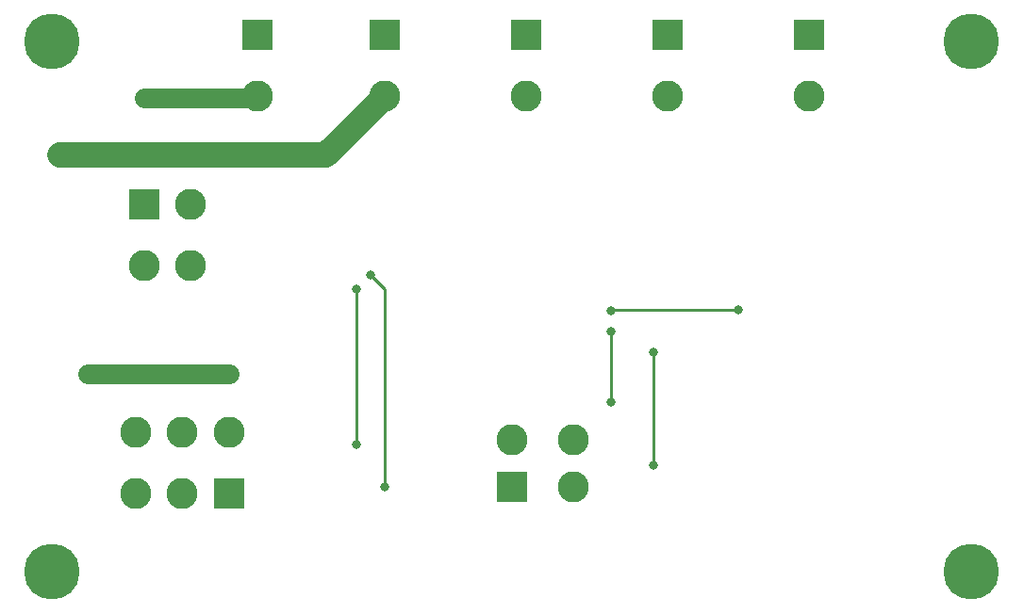
<source format=gbr>
%TF.GenerationSoftware,KiCad,Pcbnew,(5.1.6)-1*%
%TF.CreationDate,2020-11-22T13:37:39-05:00*%
%TF.ProjectId,GLV_BOBV6,474c565f-424f-4425-9636-2e6b69636164,rev?*%
%TF.SameCoordinates,Original*%
%TF.FileFunction,Copper,L2,Bot*%
%TF.FilePolarity,Positive*%
%FSLAX46Y46*%
G04 Gerber Fmt 4.6, Leading zero omitted, Abs format (unit mm)*
G04 Created by KiCad (PCBNEW (5.1.6)-1) date 2020-11-22 13:37:39*
%MOMM*%
%LPD*%
G01*
G04 APERTURE LIST*
%TA.AperFunction,ComponentPad*%
%ADD10R,2.800000X2.800000*%
%TD*%
%TA.AperFunction,ComponentPad*%
%ADD11C,2.800000*%
%TD*%
%TA.AperFunction,ComponentPad*%
%ADD12C,5.000000*%
%TD*%
%TA.AperFunction,ViaPad*%
%ADD13C,0.800000*%
%TD*%
%TA.AperFunction,Conductor*%
%ADD14C,0.250000*%
%TD*%
%TA.AperFunction,Conductor*%
%ADD15C,1.800000*%
%TD*%
%TA.AperFunction,Conductor*%
%ADD16C,2.300000*%
%TD*%
G04 APERTURE END LIST*
D10*
%TO.P,J1,1*%
%TO.N,/GLV_RTN*%
X153670000Y-21590000D03*
D11*
%TO.P,J1,2*%
%TO.N,/BATT+*%
X153670000Y-27090000D03*
%TD*%
D10*
%TO.P,J2,1*%
%TO.N,/GLV_RTN*%
X179070000Y-21590000D03*
D11*
%TO.P,J2,2*%
%TO.N,/24V*%
X179070000Y-27090000D03*
%TD*%
%TO.P,J3,2*%
%TO.N,/24V*%
X142240000Y-27090000D03*
D10*
%TO.P,J3,1*%
%TO.N,/GLV_RTN*%
X142240000Y-21590000D03*
%TD*%
%TO.P,J4,1*%
%TO.N,/GLV_RTN*%
X166370000Y-21590000D03*
D11*
%TO.P,J4,2*%
%TO.N,/24V*%
X166370000Y-27090000D03*
%TD*%
%TO.P,J5,4*%
%TO.N,/24V*%
X170600000Y-58030000D03*
%TO.P,J5,3*%
%TO.N,/GLV_RTN*%
X170600000Y-62230000D03*
%TO.P,J5,2*%
%TO.N,/SDA_NOT_ISO*%
X165100000Y-58030000D03*
D10*
%TO.P,J5,1*%
%TO.N,/SCL_NOT_ISO*%
X165100000Y-62230000D03*
%TD*%
%TO.P,J6,1*%
%TO.N,/24V*%
X132080000Y-36830000D03*
D11*
%TO.P,J6,2*%
%TO.N,/GLV_RTN*%
X136280000Y-36830000D03*
%TO.P,J6,3*%
%TO.N,/BREAKER_OUT_SL*%
X132080000Y-42330000D03*
%TO.P,J6,4*%
%TO.N,/BREAKER_OUT_COOL*%
X136280000Y-42330000D03*
%TD*%
D10*
%TO.P,J8,1*%
%TO.N,/BATT+*%
X139700000Y-62865000D03*
D11*
%TO.P,J8,2*%
X135500000Y-62865000D03*
%TO.P,J8,3*%
X131300000Y-62865000D03*
%TO.P,J8,4*%
%TO.N,/24V*%
X139700000Y-57365000D03*
%TO.P,J8,5*%
%TO.N,/BREAKER_OUT_COOL*%
X135500000Y-57365000D03*
%TO.P,J8,6*%
%TO.N,/BREAKER_OUT_SL*%
X131300000Y-57365000D03*
%TD*%
%TO.P,J9,2*%
%TO.N,/24V*%
X191770000Y-27090000D03*
D10*
%TO.P,J9,1*%
%TO.N,/GLV_RTN*%
X191770000Y-21590000D03*
%TD*%
D12*
%TO.P,H1,1*%
%TO.N,N/C*%
X123825000Y-22225000D03*
%TD*%
%TO.P,H2,1*%
%TO.N,N/C*%
X123825000Y-69850000D03*
%TD*%
%TO.P,H3,1*%
%TO.N,N/C*%
X206375000Y-22225000D03*
%TD*%
%TO.P,H4,1*%
%TO.N,N/C*%
X206375000Y-69850000D03*
%TD*%
D13*
%TO.N,/GLV_RTN*%
X177800000Y-60325000D03*
X177800000Y-50165000D03*
%TO.N,/24V*%
X127000000Y-52070000D03*
X139700000Y-52070000D03*
X173990000Y-54610000D03*
X173990000Y-48260000D03*
X132080000Y-27305000D03*
X185420000Y-46355000D03*
X173990000Y-46445000D03*
%TO.N,/BATT+*%
X124460000Y-32385000D03*
%TO.N,/SDA_NOT_ISO*%
X151130000Y-44450000D03*
X151130000Y-58420000D03*
X151130000Y-58420000D03*
%TO.N,/SCL_NOT_ISO*%
X152400000Y-43180000D03*
X153670000Y-62230000D03*
%TD*%
D14*
%TO.N,/GLV_RTN*%
X177800000Y-60325000D02*
X177800000Y-50165000D01*
D15*
%TO.N,/24V*%
X127000000Y-52070000D02*
X139700000Y-52070000D01*
D14*
X173990000Y-54610000D02*
X173990000Y-48260000D01*
D15*
X142025000Y-27305000D02*
X142240000Y-27090000D01*
X132080000Y-27305000D02*
X142025000Y-27305000D01*
D14*
X185420000Y-46355000D02*
X174080000Y-46355000D01*
X174080000Y-46355000D02*
X173990000Y-46445000D01*
D16*
%TO.N,/BATT+*%
X148375000Y-32385000D02*
X153670000Y-27090000D01*
X124460000Y-32385000D02*
X148375000Y-32385000D01*
D14*
%TO.N,/SDA_NOT_ISO*%
X151130000Y-44450000D02*
X151130000Y-58420000D01*
%TO.N,/SCL_NOT_ISO*%
X152400000Y-43180000D02*
X153670000Y-44450000D01*
X153670000Y-44450000D02*
X153670000Y-62230000D01*
%TD*%
M02*

</source>
